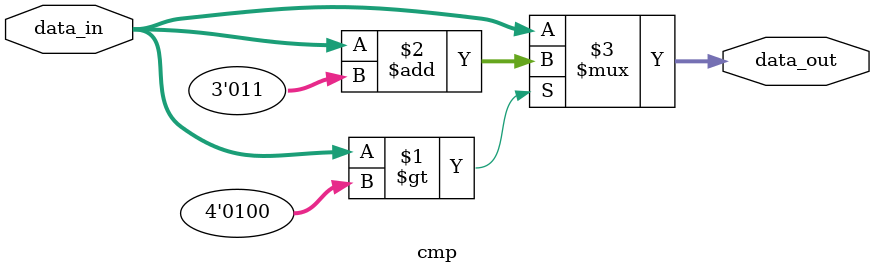
<source format=v>
`timescale 1ns / 1ps

module cmp (
    input  [3:0] data_in,
    output [3:0] data_out
);

  assign data_out = (data_in > 4'd4) ? (data_in + 3'd3) : data_in;

endmodule

</source>
